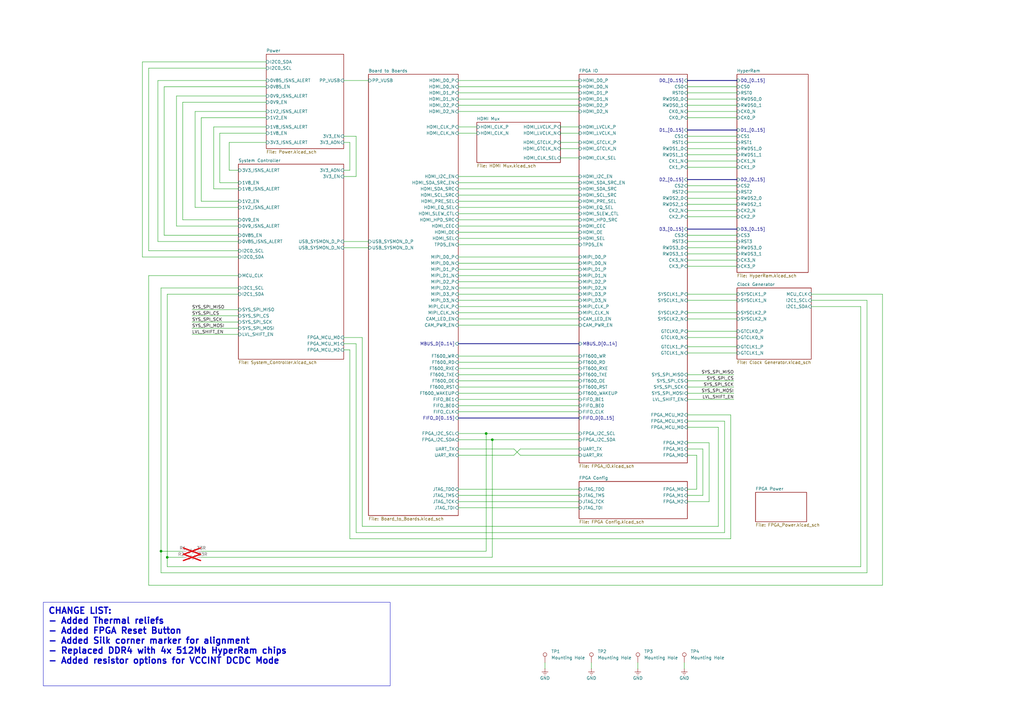
<source format=kicad_sch>
(kicad_sch (version 20231120) (generator "eeschema") (generator_version "8.0")
  (paper "A3")
  (title_block (title "Top") (date "2024-10-06") (rev "2.0") (company "Drexel University") (comment 1 "Designed by Michael Haahr"))
  (lib_symbols
    (symbol "Connector:TestPoint" (pin_numbers hide) (pin_names (offset 0.762) hide)
      (property "Reference" "TP" (at 0 6.858 0))
      (property "Value" "TestPoint" (at 0 5.08 0))
      (symbol "TestPoint_0_1"
        (circle (center 0 3.302) (radius 0.762))
      )
      (symbol "TestPoint_1_1"
        (pin passive line (at 0 0 90) (length 2.54) (name "1") (number "1"))
      )
    )
    (symbol "Device:R_US" (pin_numbers hide) (pin_names (offset 0))
      (property "Reference" "R" (at 2.54 0 90))
      (property "Value" "R_US" (at -2.54 0 90))
      (symbol "R_US_0_1"
        (polyline (pts (xy 0 -2.286) (xy 0 -2.54)))
        (polyline (pts (xy 0 2.286) (xy 0 2.54)))
        (polyline (pts (xy 0 -0.762) (xy 1.016 -1.143) (xy 0 -1.524) (xy -1.016 -1.905) (xy 0 -2.286)))
        (polyline (pts (xy 0 0.762) (xy 1.016 0.381) (xy 0 0) (xy -1.016 -0.381) (xy 0 -0.762)))
        (polyline (pts (xy 0 2.286) (xy 1.016 1.905) (xy 0 1.524) (xy -1.016 1.143) (xy 0 0.762)))
      )
      (symbol "R_US_1_1"
        (pin passive line (at 0 3.81 270) (length 1.27) (name "~") (number "1"))
        (pin passive line (at 0 -3.81 90) (length 1.27) (name "~") (number "2"))
      )
    )
    (symbol "power:GND" (power) (pin_numbers hide) (pin_names (offset 0) hide)
      (property "Value" "GND" (at 0 -3.81 0))
      (symbol "GND_0_1"
        (polyline (pts (xy -0.635 -1.905) (xy 0.635 -1.905)))
        (polyline (pts (xy -0.127 -2.54) (xy 0.127 -2.54)))
        (polyline (pts (xy 0 -1.27) (xy 0 0)))
        (polyline (pts (xy 1.27 -1.27) (xy -1.27 -1.27)))
      )
      (symbol "GND_1_1"
        (pin power_in line (at 0 0 270) (length 0) (name "~") (number "1"))
      )
    )
  )
  (junction (at 68.58 228.6))
  (junction (at 201.93 180.34))
  (junction (at 66.04 226.06))
  (junction (at 199.39 177.8))
  (wire (pts (xy 242.57 271.78) (xy 242.57 274.32)))
  (wire (pts (xy 187.96 153.67) (xy 237.49 153.67)))
  (wire (pts (xy 281.94 142.24) (xy 302.26 142.24)))
  (wire (pts (xy 281.94 78.74) (xy 302.26 78.74)))
  (wire (pts (xy 187.96 130.81) (xy 237.49 130.81)))
  (wire (pts (xy 187.96 118.11) (xy 237.49 118.11)))
  (wire (pts (xy 210.82 184.15) (xy 213.36 186.69)))
  (wire (pts (xy 97.79 74.93) (xy 90.17 74.93)))
  (wire (pts (xy 66.04 234.95) (xy 355.6 234.95)))
  (wire (pts (xy 143.51 143.51) (xy 143.51 220.98)))
  (wire (pts (xy 148.59 215.9) (xy 294.64 215.9)))
  (wire (pts (xy 299.72 170.18) (xy 281.94 170.18)))
  (wire (pts (xy 288.29 203.2) (xy 288.29 184.15)))
  (wire (pts (xy 187.96 40.64) (xy 237.49 40.64)))
  (wire (pts (xy 66.04 226.06) (xy 66.04 234.95)))
  (wire (pts (xy 355.6 234.95) (xy 355.6 123.19)))
  (wire (pts (xy 80.01 45.72) (xy 109.22 45.72)))
  (wire (pts (xy 67.31 35.56) (xy 109.22 35.56)))
  (wire (pts (xy 97.79 77.47) (xy 87.63 77.47)))
  (wire (pts (xy 90.17 54.61) (xy 109.22 54.61)))
  (wire (pts (xy 97.79 82.55) (xy 82.55 82.55)))
  (wire (pts (xy 281.94 135.89) (xy 302.26 135.89)))
  (wire (pts (xy 187.96 54.61) (xy 195.58 54.61)))
  (wire (pts (xy 60.96 102.87) (xy 97.79 102.87)))
  (wire (pts (xy 87.63 77.47) (xy 87.63 52.07)))
  (wire (pts (xy 187.96 180.34) (xy 201.93 180.34)))
  (wire (pts (xy 187.96 77.47) (xy 237.49 77.47)))
  (wire (pts (xy 187.96 166.37) (xy 237.49 166.37)))
  (wire (pts (xy 187.96 205.74) (xy 237.49 205.74)))
  (wire (pts (xy 58.42 105.41) (xy 58.42 25.4)))
  (bus (pts (xy 187.96 171.45) (xy 237.49 171.45)))
  (wire (pts (xy 187.96 163.83) (xy 237.49 163.83)))
  (wire (pts (xy 281.94 43.18) (xy 302.26 43.18)))
  (wire (pts (xy 281.94 99.06) (xy 302.26 99.06)))
  (wire (pts (xy 82.55 82.55) (xy 82.55 48.26)))
  (wire (pts (xy 187.96 151.13) (xy 237.49 151.13)))
  (wire (pts (xy 82.55 48.26) (xy 109.22 48.26)))
  (wire (pts (xy 187.96 128.27) (xy 237.49 128.27)))
  (wire (pts (xy 281.94 63.5) (xy 302.26 63.5)))
  (wire (pts (xy 82.55 226.06) (xy 199.39 226.06)))
  (wire (pts (xy 66.04 118.11) (xy 66.04 226.06)))
  (wire (pts (xy 229.87 60.96) (xy 237.49 60.96)))
  (wire (pts (xy 229.87 64.77) (xy 237.49 64.77)))
  (bus (pts (xy 281.94 73.66) (xy 302.26 73.66)))
  (wire (pts (xy 281.94 120.65) (xy 302.26 120.65)))
  (wire (pts (xy 146.05 140.97) (xy 146.05 218.44)))
  (wire (pts (xy 187.96 35.56) (xy 237.49 35.56)))
  (wire (pts (xy 74.93 41.91) (xy 109.22 41.91)))
  (wire (pts (xy 140.97 101.6) (xy 151.13 101.6)))
  (wire (pts (xy 109.22 27.94) (xy 60.96 27.94)))
  (wire (pts (xy 281.94 96.52) (xy 302.26 96.52)))
  (wire (pts (xy 187.96 107.95) (xy 237.49 107.95)))
  (wire (pts (xy 213.36 186.69) (xy 237.49 186.69)))
  (wire (pts (xy 187.96 133.35) (xy 237.49 133.35)))
  (wire (pts (xy 187.96 82.55) (xy 237.49 82.55)))
  (wire (pts (xy 187.96 43.18) (xy 237.49 43.18)))
  (wire (pts (xy 140.97 140.97) (xy 146.05 140.97)))
  (wire (pts (xy 281.94 35.56) (xy 302.26 35.56)))
  (wire (pts (xy 280.67 271.78) (xy 280.67 274.32)))
  (wire (pts (xy 281.94 88.9) (xy 302.26 88.9)))
  (wire (pts (xy 281.94 138.43) (xy 302.26 138.43)))
  (wire (pts (xy 187.96 123.19) (xy 237.49 123.19)))
  (wire (pts (xy 140.97 143.51) (xy 143.51 143.51)))
  (wire (pts (xy 60.96 240.03) (xy 361.95 240.03)))
  (wire (pts (xy 285.75 186.69) (xy 281.94 186.69)))
  (wire (pts (xy 78.74 134.62) (xy 97.79 134.62)))
  (wire (pts (xy 74.93 90.17) (xy 74.93 41.91)))
  (wire (pts (xy 294.64 175.26) (xy 294.64 215.9)))
  (wire (pts (xy 140.97 33.02) (xy 151.13 33.02)))
  (wire (pts (xy 140.97 58.42) (xy 143.51 58.42)))
  (wire (pts (xy 187.96 90.17) (xy 237.49 90.17)))
  (wire (pts (xy 187.96 33.02) (xy 237.49 33.02)))
  (bus (pts (xy 187.96 140.97) (xy 237.49 140.97)))
  (wire (pts (xy 281.94 106.68) (xy 302.26 106.68)))
  (wire (pts (xy 281.94 130.81) (xy 302.26 130.81)))
  (wire (pts (xy 187.96 87.63) (xy 237.49 87.63)))
  (wire (pts (xy 285.75 200.66) (xy 285.75 186.69)))
  (wire (pts (xy 201.93 228.6) (xy 201.93 180.34)))
  (wire (pts (xy 281.94 48.26) (xy 302.26 48.26)))
  (wire (pts (xy 299.72 170.18) (xy 299.72 220.98)))
  (wire (pts (xy 187.96 113.03) (xy 237.49 113.03)))
  (wire (pts (xy 66.04 226.06) (xy 74.93 226.06)))
  (wire (pts (xy 281.94 86.36) (xy 302.26 86.36)))
  (wire (pts (xy 187.96 186.69) (xy 210.82 186.69)))
  (wire (pts (xy 281.94 45.72) (xy 302.26 45.72)))
  (wire (pts (xy 281.94 123.19) (xy 302.26 123.19)))
  (wire (pts (xy 187.96 45.72) (xy 237.49 45.72)))
  (wire (pts (xy 290.83 181.61) (xy 281.94 181.61)))
  (wire (pts (xy 97.79 92.71) (xy 72.39 92.71)))
  (wire (pts (xy 187.96 115.57) (xy 237.49 115.57)))
  (wire (pts (xy 187.96 72.39) (xy 237.49 72.39)))
  (wire (pts (xy 281.94 109.22) (xy 302.26 109.22)))
  (wire (pts (xy 90.17 74.93) (xy 90.17 54.61)))
  (wire (pts (xy 237.49 184.15) (xy 213.36 184.15)))
  (wire (pts (xy 199.39 177.8) (xy 199.39 226.06)))
  (wire (pts (xy 97.79 90.17) (xy 74.93 90.17)))
  (wire (pts (xy 290.83 205.74) (xy 290.83 181.61)))
  (wire (pts (xy 143.51 220.98) (xy 299.72 220.98)))
  (wire (pts (xy 78.74 129.54) (xy 97.79 129.54)))
  (wire (pts (xy 281.94 40.64) (xy 302.26 40.64)))
  (wire (pts (xy 82.55 228.6) (xy 201.93 228.6)))
  (wire (pts (xy 187.96 52.07) (xy 195.58 52.07)))
  (wire (pts (xy 187.96 80.01) (xy 237.49 80.01)))
  (bus (pts (xy 281.94 53.34) (xy 302.26 53.34)))
  (wire (pts (xy 187.96 156.21) (xy 237.49 156.21)))
  (wire (pts (xy 288.29 184.15) (xy 281.94 184.15)))
  (wire (pts (xy 64.77 99.06) (xy 64.77 33.02)))
  (wire (pts (xy 332.74 120.65) (xy 361.95 120.65)))
  (wire (pts (xy 187.96 110.49) (xy 237.49 110.49)))
  (wire (pts (xy 72.39 92.71) (xy 72.39 39.37)))
  (wire (pts (xy 281.94 58.42) (xy 302.26 58.42)))
  (wire (pts (xy 60.96 113.03) (xy 97.79 113.03)))
  (wire (pts (xy 281.94 101.6) (xy 302.26 101.6)))
  (wire (pts (xy 223.52 271.78) (xy 223.52 274.32)))
  (wire (pts (xy 67.31 96.52) (xy 67.31 35.56)))
  (bus (pts (xy 281.94 93.98) (xy 302.26 93.98)))
  (wire (pts (xy 187.96 158.75) (xy 237.49 158.75)))
  (wire (pts (xy 68.58 232.41) (xy 353.06 232.41)))
  (wire (pts (xy 97.79 85.09) (xy 80.01 85.09)))
  (wire (pts (xy 281.94 203.2) (xy 288.29 203.2)))
  (wire (pts (xy 146.05 72.39) (xy 140.97 72.39)))
  (wire (pts (xy 300.99 161.29) (xy 281.94 161.29)))
  (wire (pts (xy 201.93 180.34) (xy 237.49 180.34)))
  (wire (pts (xy 353.06 125.73) (xy 332.74 125.73)))
  (wire (pts (xy 97.79 105.41) (xy 58.42 105.41)))
  (wire (pts (xy 281.94 200.66) (xy 285.75 200.66)))
  (wire (pts (xy 78.74 132.08) (xy 97.79 132.08)))
  (wire (pts (xy 68.58 232.41) (xy 68.58 228.6)))
  (wire (pts (xy 261.62 271.78) (xy 261.62 274.32)))
  (wire (pts (xy 97.79 118.11) (xy 66.04 118.11)))
  (wire (pts (xy 140.97 99.06) (xy 151.13 99.06)))
  (wire (pts (xy 229.87 54.61) (xy 237.49 54.61)))
  (wire (pts (xy 143.51 69.85) (xy 140.97 69.85)))
  (wire (pts (xy 300.99 158.75) (xy 281.94 158.75)))
  (wire (pts (xy 187.96 200.66) (xy 237.49 200.66)))
  (wire (pts (xy 60.96 240.03) (xy 60.96 113.03)))
  (wire (pts (xy 187.96 120.65) (xy 237.49 120.65)))
  (wire (pts (xy 146.05 55.88) (xy 146.05 72.39)))
  (wire (pts (xy 281.94 83.82) (xy 302.26 83.82)))
  (wire (pts (xy 93.98 69.85) (xy 93.98 58.42)))
  (wire (pts (xy 281.94 128.27) (xy 302.26 128.27)))
  (wire (pts (xy 187.96 208.28) (xy 237.49 208.28)))
  (wire (pts (xy 229.87 58.42) (xy 237.49 58.42)))
  (wire (pts (xy 187.96 184.15) (xy 210.82 184.15)))
  (wire (pts (xy 300.99 156.21) (xy 281.94 156.21)))
  (wire (pts (xy 281.94 205.74) (xy 290.83 205.74)))
  (bus (pts (xy 281.94 33.02) (xy 302.26 33.02)))
  (wire (pts (xy 148.59 138.43) (xy 148.59 215.9)))
  (wire (pts (xy 187.96 203.2) (xy 237.49 203.2)))
  (wire (pts (xy 297.18 172.72) (xy 281.94 172.72)))
  (wire (pts (xy 294.64 175.26) (xy 281.94 175.26)))
  (wire (pts (xy 281.94 38.1) (xy 302.26 38.1)))
  (wire (pts (xy 281.94 66.04) (xy 302.26 66.04)))
  (wire (pts (xy 68.58 228.6) (xy 74.93 228.6)))
  (wire (pts (xy 68.58 120.65) (xy 97.79 120.65)))
  (wire (pts (xy 87.63 52.07) (xy 109.22 52.07)))
  (wire (pts (xy 361.95 120.65) (xy 361.95 240.03)))
  (wire (pts (xy 68.58 120.65) (xy 68.58 228.6)))
  (wire (pts (xy 140.97 55.88) (xy 146.05 55.88)))
  (wire (pts (xy 78.74 137.16) (xy 97.79 137.16)))
  (wire (pts (xy 187.96 85.09) (xy 237.49 85.09)))
  (wire (pts (xy 187.96 92.71) (xy 237.49 92.71)))
  (wire (pts (xy 97.79 96.52) (xy 67.31 96.52)))
  (wire (pts (xy 78.74 127) (xy 97.79 127)))
  (wire (pts (xy 187.96 146.05) (xy 237.49 146.05)))
  (wire (pts (xy 146.05 218.44) (xy 297.18 218.44)))
  (wire (pts (xy 187.96 38.1) (xy 237.49 38.1)))
  (wire (pts (xy 97.79 69.85) (xy 93.98 69.85)))
  (wire (pts (xy 187.96 100.33) (xy 237.49 100.33)))
  (wire (pts (xy 281.94 76.2) (xy 302.26 76.2)))
  (wire (pts (xy 281.94 81.28) (xy 302.26 81.28)))
  (wire (pts (xy 281.94 144.78) (xy 302.26 144.78)))
  (wire (pts (xy 140.97 138.43) (xy 148.59 138.43)))
  (wire (pts (xy 143.51 58.42) (xy 143.51 69.85)))
  (wire (pts (xy 281.94 104.14) (xy 302.26 104.14)))
  (wire (pts (xy 300.99 163.83) (xy 281.94 163.83)))
  (wire (pts (xy 93.98 58.42) (xy 109.22 58.42)))
  (wire (pts (xy 187.96 125.73) (xy 237.49 125.73)))
  (wire (pts (xy 353.06 232.41) (xy 353.06 125.73)))
  (wire (pts (xy 80.01 85.09) (xy 80.01 45.72)))
  (wire (pts (xy 60.96 27.94) (xy 60.96 102.87)))
  (wire (pts (xy 300.99 153.67) (xy 281.94 153.67)))
  (wire (pts (xy 72.39 39.37) (xy 109.22 39.37)))
  (wire (pts (xy 229.87 52.07) (xy 237.49 52.07)))
  (wire (pts (xy 58.42 25.4) (xy 109.22 25.4)))
  (wire (pts (xy 281.94 55.88) (xy 302.26 55.88)))
  (wire (pts (xy 187.96 177.8) (xy 199.39 177.8)))
  (wire (pts (xy 297.18 172.72) (xy 297.18 218.44)))
  (wire (pts (xy 355.6 123.19) (xy 332.74 123.19)))
  (wire (pts (xy 281.94 68.58) (xy 302.26 68.58)))
  (wire (pts (xy 213.36 184.15) (xy 210.82 186.69)))
  (wire (pts (xy 187.96 95.25) (xy 237.49 95.25)))
  (wire (pts (xy 199.39 177.8) (xy 237.49 177.8)))
  (wire (pts (xy 187.96 168.91) (xy 237.49 168.91)))
  (wire (pts (xy 187.96 148.59) (xy 237.49 148.59)))
  (wire (pts (xy 187.96 105.41) (xy 237.49 105.41)))
  (wire (pts (xy 187.96 97.79) (xy 237.49 97.79)))
  (wire (pts (xy 281.94 60.96) (xy 302.26 60.96)))
  (wire (pts (xy 64.77 33.02) (xy 109.22 33.02)))
  (wire (pts (xy 187.96 161.29) (xy 237.49 161.29)))
  (wire (pts (xy 97.79 99.06) (xy 64.77 99.06)))
  (wire (pts (xy 187.96 74.93) (xy 237.49 74.93)))
  (text_box "CHANGE LIST:\n- Added Thermal reliefs\n- Added FPGA Reset Button\n- Added Silk corner marker for alignment\n- Replaced DDR4 with 4x 512Mb HyperRam chips\n- Added resistor options for VCCINT DCDC Mode\n" (at 17.78 247.015 0) (size 142.24 34.29) (effects (font (size 2.54 2.54) (thickness 0.508) (bold yes)) (justify left top)))
  (label "LVL_SHIFT_EN" (at 78.74 137.16 0))
  (label "SYS_SPI_MOSI" (at 78.74 134.62 0))
  (label "SYS_SPI_MISO" (at 78.74 127 0))
  (label "LVL_SHIFT_EN" (at 300.99 163.83 180))
  (label "SYS_SPI_MOSI" (at 300.99 161.29 180))
  (label "SYS_SPI_CS" (at 78.74 129.54 0))
  (label "SYS_SPI_SCK" (at 78.74 132.08 0))
  (label "SYS_SPI_MISO" (at 300.99 153.67 180))
  (label "SYS_SPI_CS" (at 300.99 156.21 180))
  (label "SYS_SPI_SCK" (at 300.99 158.75 180))
  (symbol (lib_id "power:GND") (at 280.67 274.32 0) (unit 1)
    (property "Reference" "#PWR04" (effects (hide yes)))
    (property "Value" "GND" (at 280.67 278.13 0))
    (property "Description" "Power symbol creates a global label with name \"GND\" , ground" (effects (hide yes)))
  )
  (symbol (lib_id "power:GND") (at 242.57 274.32 0) (unit 1)
    (property "Reference" "#PWR02" (effects (hide yes)))
    (property "Value" "GND" (at 242.57 278.13 0))
    (property "Description" "Power symbol creates a global label with name \"GND\" , ground" (effects (hide yes)))
  )
  (symbol (lib_id "Device:R_US") (at 78.74 228.6 90) (unit 1) (dnp yes)
    (property "Reference" "R2" (at 74.295 227.33 90))
    (property "Value" "33R" (at 83.185 227.33 90))
    (property "Footprint" "Resistor_SMD:R_0201_0603Metric" (effects (hide yes)))
    (property "Description" "Resistor, US symbol" (effects (hide yes)))
  )
  (symbol (lib_id "Connector:TestPoint") (at 223.52 271.78 0) (unit 1)
    (property "Reference" "TP1" (at 226.06 267.2079 0) (effects (justify left)))
    (property "Value" "Mounting Hole" (at 226.06 269.7479 0) (effects (justify left)))
    (property "Footprint" "MountingHole:MountingHole_2.2mm_M2_Pad_Via" (effects (hide yes)))
    (property "Description" "test point" (effects (hide yes)))
  )
  (symbol (lib_id "Connector:TestPoint") (at 261.62 271.78 0) (unit 1)
    (property "Reference" "TP3" (at 264.16 267.2079 0) (effects (justify left)))
    (property "Value" "Mounting Hole" (at 264.16 269.7479 0) (effects (justify left)))
    (property "Footprint" "MountingHole:MountingHole_2.2mm_M2_Pad_Via" (effects (hide yes)))
    (property "Description" "test point" (effects (hide yes)))
  )
  (symbol (lib_id "power:GND") (at 223.52 274.32 0) (unit 1)
    (property "Reference" "#PWR01" (effects (hide yes)))
    (property "Value" "GND" (at 223.52 278.13 0))
    (property "Description" "Power symbol creates a global label with name \"GND\" , ground" (effects (hide yes)))
  )
  (symbol (lib_id "power:GND") (at 261.62 274.32 0) (unit 1)
    (property "Reference" "#PWR03" (effects (hide yes)))
    (property "Value" "GND" (at 261.62 278.13 0))
    (property "Description" "Power symbol creates a global label with name \"GND\" , ground" (effects (hide yes)))
  )
  (symbol (lib_id "Device:R_US") (at 78.74 226.06 90) (unit 1) (dnp yes)
    (property "Reference" "R1" (at 74.93 224.79 90))
    (property "Value" "33R" (at 82.55 224.79 90))
    (property "Footprint" "Resistor_SMD:R_0201_0603Metric" (effects (hide yes)))
    (property "Description" "Resistor, US symbol" (effects (hide yes)))
  )
  (symbol (lib_id "Connector:TestPoint") (at 242.57 271.78 0) (unit 1)
    (property "Reference" "TP2" (at 245.11 267.2079 0) (effects (justify left)))
    (property "Value" "Mounting Hole" (at 245.11 269.7479 0) (effects (justify left)))
    (property "Footprint" "MountingHole:MountingHole_2.2mm_M2_Pad_Via" (effects (hide yes)))
    (property "Description" "test point" (effects (hide yes)))
  )
  (symbol (lib_id "Connector:TestPoint") (at 280.67 271.78 0) (unit 1)
    (property "Reference" "TP4" (at 283.21 267.2079 0) (effects (justify left)))
    (property "Value" "Mounting Hole" (at 283.21 269.7479 0) (effects (justify left)))
    (property "Footprint" "MountingHole:MountingHole_2.2mm_M2_Pad_Via" (effects (hide yes)))
    (property "Description" "test point" (effects (hide yes)))
  )
  (sheet (at 237.49 197.485) (size 44.45 15.24) (stroke (width 0.1524))
    (property "Sheetname" "FPGA Config" (at 237.49 196.7734 0) (effects (justify left bottom)))
    (property "Sheetfile" "FPGA Config.kicad_sch" (at 237.49 213.3096 0) (effects (justify left top)))
    (pin "JTAG_TDO" input (at 237.49 200.66 180))
    (pin "JTAG_TMS" input (at 237.49 203.2 180))
    (pin "JTAG_TCK" input (at 237.49 205.74 180))
    (pin "JTAG_TDI" input (at 237.49 208.28 180))
    (pin "FPGA_M0" input (at 281.94 200.66 0))
    (pin "FPGA_M1" input (at 281.94 203.2 0))
    (pin "FPGA_M2" input (at 281.94 205.74 0))
  )
  (sheet (at 109.22 22.225) (size 31.75 38.735) (stroke (width 0.1524))
    (property "Sheetname" "Power" (at 109.22 21.5134 0) (effects (justify left bottom)))
    (property "Sheetfile" "Power.kicad_sch" (at 109.22 61.5446 0) (effects (justify left top)))
    (pin "0V9_ISNS_ALERT" input (at 109.22 39.37 180))
    (pin "0V85_ISNS_ALERT" input (at 109.22 33.02 180))
    (pin "PP_VUSB" input (at 140.97 33.02 0))
    (pin "1V2_EN" input (at 109.22 48.26 180))
    (pin "1V8_EN" input (at 109.22 54.61 180))
    (pin "0V85_EN" input (at 109.22 35.56 180))
    (pin "0V9_EN" input (at 109.22 41.91 180))
    (pin "3V3_ISNS_ALERT" input (at 109.22 58.42 180))
    (pin "1V8_ISNS_ALERT" input (at 109.22 52.07 180))
    (pin "1V2_ISNS_ALERT" input (at 109.22 45.72 180))
    (pin "I2C0_SCL" input (at 109.22 27.94 180))
    (pin "I2C0_SDA" input (at 109.22 25.4 180))
    (pin "3V3_EN" input (at 140.97 55.88 0))
    (pin "3V3_AON" input (at 140.97 58.42 0))
  )
  (sheet (at 302.26 30.48) (size 29.21 81.28) (stroke (width 0.1524))
    (property "Sheetname" "HyperRam" (at 302.26 29.7684 0) (effects (justify left bottom)))
    (property "Sheetfile" "HyperRam.kicad_sch" (at 302.26 112.3446 0) (effects (justify left top)))
    (pin "D1_[0..15]" input (at 302.26 53.34 180))
    (pin "CS1" input (at 302.26 55.88 180))
    (pin "CK1_N" input (at 302.26 66.04 180))
    (pin "RWDS1_0" input (at 302.26 60.96 180))
    (pin "RST1" input (at 302.26 58.42 180))
    (pin "CK1_P" input (at 302.26 68.58 180))
    (pin "RWDS1_1" input (at 302.26 63.5 180))
    (pin "CS0" input (at 302.26 35.56 180))
    (pin "RST0" input (at 302.26 38.1 180))
    (pin "CK0_N" input (at 302.26 45.72 180))
    (pin "RWDS0_0" input (at 302.26 40.64 180))
    (pin "RWDS0_1" input (at 302.26 43.18 180))
    (pin "CK0_P" input (at 302.26 48.26 180))
    (pin "D0_[0..15]" input (at 302.26 33.02 180))
    (pin "D2_[0..15]" input (at 302.26 73.66 180))
    (pin "CS2" input (at 302.26 76.2 180))
    (pin "RST2" input (at 302.26 78.74 180))
    (pin "CK2_P" input (at 302.26 88.9 180))
    (pin "RWDS2_0" input (at 302.26 81.28 180))
    (pin "CK2_N" input (at 302.26 86.36 180))
    (pin "RWDS2_1" input (at 302.26 83.82 180))
    (pin "CS3" input (at 302.26 96.52 180))
    (pin "RST3" input (at 302.26 99.06 180))
    (pin "RWDS3_0" input (at 302.26 101.6 180))
    (pin "CK3_N" input (at 302.26 106.68 180))
    (pin "CK3_P" input (at 302.26 109.22 180))
    (pin "RWDS3_1" input (at 302.26 104.14 180))
    (pin "D3_[0..15]" input (at 302.26 93.98 180))
  )
  (sheet (at 237.49 30.48) (size 44.45 159.385) (stroke (width 0.1524))
    (property "Sheetname" "FPGA IO" (at 237.49 29.7684 0) (effects (justify left bottom)))
    (property "Sheetfile" "FPGA_IO.kicad_sch" (at 237.49 190.4496 0) (effects (justify left top)))
    (pin "SYSCLK2_P" input (at 281.94 128.27 0))
    (pin "SYSCLK2_N" input (at 281.94 130.81 0))
    (pin "MIPI_D2_N" input (at 237.49 118.11 180))
    (pin "MIPI_CLK_N" input (at 237.49 128.27 180))
    (pin "MIPI_D3_N" input (at 237.49 123.19 180))
    (pin "MIPI_D3_P" input (at 237.49 120.65 180))
    (pin "MIPI_D2_P" input (at 237.49 115.57 180))
    (pin "MIPI_CLK_P" input (at 237.49 125.73 180))
    (pin "MIPI_D1_N" input (at 237.49 113.03 180))
    (pin "MIPI_D1_P" input (at 237.49 110.49 180))
    (pin "MIPI_D0_N" input (at 237.49 107.95 180))
    (pin "MIPI_D0_P" input (at 237.49 105.41 180))
    (pin "MBUS_D[0..14]" input (at 237.49 140.97 180))
    (pin "SYSCLK1_P" input (at 281.94 120.65 0))
    (pin "HDMI_D0_P" input (at 237.49 33.02 180))
    (pin "HDMI_GTCLK_P" input (at 237.49 58.42 180))
    (pin "HDMI_GTCLK_N" input (at 237.49 60.96 180))
    (pin "HDMI_D1_P" input (at 237.49 38.1 180))
    (pin "HDMI_D1_N" input (at 237.49 40.64 180))
    (pin "HDMI_D2_P" input (at 237.49 43.18 180))
    (pin "HDMI_D2_N" input (at 237.49 45.72 180))
    (pin "HDMI_D0_N" input (at 237.49 35.56 180))
    (pin "GTCLK1_P" input (at 281.94 142.24 0))
    (pin "GTCLK1_N" input (at 281.94 144.78 0))
    (pin "GTCLK0_P" input (at 281.94 135.89 0))
    (pin "GTCLK0_N" input (at 281.94 138.43 0))
    (pin "CAM_PWR_EN" input (at 237.49 133.35 180))
    (pin "FPGA_I2C_SCL" input (at 237.49 177.8 180))
    (pin "FIFO_D[0..15]" input (at 237.49 171.45 180))
    (pin "FT600_WAKEUP" input (at 237.49 161.29 180))
    (pin "CAM_LED_EN" input (at 237.49 130.81 180))
    (pin "FPGA_I2C_SDA" input (at 237.49 180.34 180))
    (pin "HDMI_SLEW_CTL" input (at 237.49 87.63 180))
    (pin "HDMI_OE" input (at 237.49 95.25 180))
    (pin "HDMI_HPD_SRC" input (at 237.49 90.17 180))
    (pin "TPD5_EN" input (at 237.49 100.33 180))
    (pin "HDMI_EQ_SEL" input (at 237.49 85.09 180))
    (pin "HDMI_PRE_SEL" input (at 237.49 82.55 180))
    (pin "HDMI_I2C_EN" input (at 237.49 72.39 180))
    (pin "HDMI_SEL" input (at 237.49 97.79 180))
    (pin "HDMI_SCL_SRC" input (at 237.49 80.01 180))
    (pin "HDMI_SDA_SRC" input (at 237.49 77.47 180))
    (pin "HDMI_CEC" input (at 237.49 92.71 180))
    (pin "UART_TX" input (at 237.49 184.15 180))
    (pin "HDMI_SDA_SRC_EN" input (at 237.49 74.93 180))
    (pin "UART_RX" input (at 237.49 186.69 180))
    (pin "HDMI_LVCLK_N" input (at 237.49 54.61 180))
    (pin "HDMI_LVCLK_P" input (at 237.49 52.07 180))
    (pin "SYSCLK1_N" input (at 281.94 123.19 0))
    (pin "HDMI_CLK_SEL" input (at 237.49 64.77 180))
    (pin "FIFO_BE1" input (at 237.49 163.83 180))
    (pin "FIFO_BE0" input (at 237.49 166.37 180))
    (pin "FIFO_CLK" input (at 237.49 168.91 180))
    (pin "FT600_RXE" input (at 237.49 151.13 180))
    (pin "FT600_RST" input (at 237.49 158.75 180))
    (pin "FT600_TXE" input (at 237.49 153.67 180))
    (pin "FT600_OE" input (at 237.49 156.21 180))
    (pin "FT600_RD" input (at 237.49 148.59 180))
    (pin "FT600_WR" input (at 237.49 146.05 180))
    (pin "SYS_SPI_SCK" input (at 281.94 158.75 0))
    (pin "SYS_SPI_MOSI" input (at 281.94 161.29 0))
    (pin "SYS_SPI_MISO" input (at 281.94 153.67 0))
    (pin "SYS_SPI_CS" input (at 281.94 156.21 0))
    (pin "LVL_SHIFT_EN" input (at 281.94 163.83 0))
    (pin "FPGA_MCU_M0" input (at 281.94 175.26 0))
    (pin "FPGA_MCU_M1" input (at 281.94 172.72 0))
    (pin "FPGA_MCU_M2" input (at 281.94 170.18 0))
    (pin "FPGA_M2" input (at 281.94 181.61 0))
    (pin "FPGA_M1" input (at 281.94 184.15 0))
    (pin "FPGA_M0" input (at 281.94 186.69 0))
    (pin "D1_[0..15]" input (at 281.94 53.34 0))
    (pin "D0_[0..15]" input (at 281.94 33.02 0))
    (pin "CS1" input (at 281.94 55.88 0))
    (pin "RST1" input (at 281.94 58.42 0))
    (pin "CK1_N" input (at 281.94 66.04 0))
    (pin "CK1_P" input (at 281.94 68.58 0))
    (pin "CS0" input (at 281.94 35.56 0))
    (pin "CK0_N" input (at 281.94 45.72 0))
    (pin "CK0_P" input (at 281.94 48.26 0))
    (pin "RST0" input (at 281.94 38.1 0))
    (pin "RWDS0_0" input (at 281.94 40.64 0))
    (pin "RWDS0_1" input (at 281.94 43.18 0))
    (pin "RWDS1_1" input (at 281.94 63.5 0))
    (pin "RWDS1_0" input (at 281.94 60.96 0))
    (pin "D2_[0..15]" input (at 281.94 73.66 0))
    (pin "D3_[0..15]" input (at 281.94 93.98 0))
    (pin "CK2_N" input (at 281.94 86.36 0))
    (pin "CK2_P" input (at 281.94 88.9 0))
    (pin "RWDS2_1" input (at 281.94 83.82 0))
    (pin "RWDS2_0" input (at 281.94 81.28 0))
    (pin "CS3" input (at 281.94 96.52 0))
    (pin "RST3" input (at 281.94 99.06 0))
    (pin "CK3_N" input (at 281.94 106.68 0))
    (pin "CK3_P" input (at 281.94 109.22 0))
    (pin "RWDS3_1" input (at 281.94 104.14 0))
    (pin "RWDS3_0" input (at 281.94 101.6 0))
    (pin "RST2" input (at 281.94 78.74 0))
    (pin "CS2" input (at 281.94 76.2 0))
  )
  (sheet (at 97.79 67.31) (size 43.18 80.01) (stroke (width 0.1524))
    (property "Sheetname" "System Controller" (at 97.79 66.5984 0) (effects (justify left bottom)))
    (property "Sheetfile" "System_Controller.kicad_sch" (at 97.79 147.9046 0) (effects (justify left top)))
    (pin "I2C0_SCL" input (at 97.79 102.87 180))
    (pin "I2C1_SCL" input (at 97.79 118.11 180))
    (pin "I2C1_SDA" input (at 97.79 120.65 180))
    (pin "I2C0_SDA" input (at 97.79 105.41 180))
    (pin "USB_SYSMON_D_N" input (at 140.97 101.6 0))
    (pin "USB_SYSMON_D_P" input (at 140.97 99.06 0))
    (pin "1V8_EN" input (at 97.79 74.93 180))
    (pin "3V3_ISNS_ALERT" input (at 97.79 69.85 180))
    (pin "0V85_ISNS_ALERT" input (at 97.79 99.06 180))
    (pin "1V8_ISNS_ALERT" input (at 97.79 77.47 180))
    (pin "1V2_ISNS_ALERT" input (at 97.79 85.09 180))
    (pin "0V9_ISNS_ALERT" input (at 97.79 92.71 180))
    (pin "0V9_EN" input (at 97.79 90.17 180))
    (pin "0V85_EN" input (at 97.79 96.52 180))
    (pin "1V2_EN" input (at 97.79 82.55 180))
    (pin "MCU_CLK" input (at 97.79 113.03 180))
    (pin "SYS_SPI_MISO" input (at 97.79 127 180))
    (pin "SYS_SPI_CS" input (at 97.79 129.54 180))
    (pin "SYS_SPI_SCK" input (at 97.79 132.08 180))
    (pin "SYS_SPI_MOSI" input (at 97.79 134.62 180))
    (pin "LVL_SHIFT_EN" input (at 97.79 137.16 180))
    (pin "3V3_EN" input (at 140.97 72.39 0))
    (pin "3V3_AON" input (at 140.97 69.85 0))
    (pin "FPGA_MCU_M2" input (at 140.97 143.51 0))
    (pin "FPGA_MCU_M1" input (at 140.97 140.97 0))
    (pin "FPGA_MCU_M0" input (at 140.97 138.43 0))
  )
  (sheet (at 195.58 50.165) (size 34.29 16.51) (stroke (width 0.1524))
    (property "Sheetname" "HDMI Mux" (at 195.58 49.4534 0) (effects (justify left bottom)))
    (property "Sheetfile" "HDMI Mux.kicad_sch" (at 195.58 67.2596 0) (effects (justify left top)))
    (pin "HDMI_CLK_SEL" input (at 229.87 64.77 0))
    (pin "HDMI_CLK_P" input (at 195.58 52.07 180))
    (pin "HDMI_CLK_N" input (at 195.58 54.61 180))
    (pin "HDMI_LVCLK_N" input (at 229.87 54.61 0))
    (pin "HDMI_GTCLK_P" input (at 229.87 58.42 0))
    (pin "HDMI_LVCLK_P" input (at 229.87 52.07 0))
    (pin "HDMI_GTCLK_N" input (at 229.87 60.96 0))
  )
  (sheet (at 302.26 118.11) (size 30.48 29.21) (stroke (width 0.1524))
    (property "Sheetname" "Clock Generator" (at 302.26 117.3984 0) (effects (justify left bottom)))
    (property "Sheetfile" "Clock Generator.kicad_sch" (at 302.26 147.9046 0) (effects (justify left top)))
    (pin "MCU_CLK" input (at 332.74 120.65 0))
    (pin "SYSCLK1_N" input (at 302.26 123.19 180))
    (pin "SYSCLK1_P" input (at 302.26 120.65 180))
    (pin "GTCLK0_P" input (at 302.26 135.89 180))
    (pin "GTCLK1_N" input (at 302.26 144.78 180))
    (pin "GTCLK1_P" input (at 302.26 142.24 180))
    (pin "GTCLK0_N" input (at 302.26 138.43 180))
    (pin "SYSCLK2_N" input (at 302.26 130.81 180))
    (pin "SYSCLK2_P" input (at 302.26 128.27 180))
    (pin "I2C1_SDA" input (at 332.74 125.73 0))
    (pin "I2C1_SCL" input (at 332.74 123.19 0))
  )
  (sheet (at 151.13 30.48) (size 36.83 180.975) (stroke (width 0.1524))
    (property "Sheetname" "Board to Boards" (at 151.13 29.7684 0) (effects (justify left bottom)))
    (property "Sheetfile" "Board_to_Boards.kicad_sch" (at 151.13 212.0396 0) (effects (justify left top)))
    (pin "HDMI_D1_P" input (at 187.96 38.1 0))
    (pin "HDMI_D2_N" input (at 187.96 45.72 0))
    (pin "HDMI_D2_P" input (at 187.96 43.18 0))
    (pin "HDMI_D0_N" input (at 187.96 35.56 0))
    (pin "HDMI_CLK_P" input (at 187.96 52.07 0))
    (pin "HDMI_CLK_N" input (at 187.96 54.61 0))
    (pin "HDMI_D0_P" input (at 187.96 33.02 0))
    (pin "HDMI_D1_N" input (at 187.96 40.64 0))
    (pin "MIPI_D1_P" input (at 187.96 110.49 0))
    (pin "MIPI_CLK_P" input (at 187.96 125.73 0))
    (pin "MIPI_D0_P" input (at 187.96 105.41 0))
    (pin "MIPI_D0_N" input (at 187.96 107.95 0))
    (pin "MIPI_D1_N" input (at 187.96 113.03 0))
    (pin "MIPI_D3_P" input (at 187.96 120.65 0))
    (pin "MIPI_CLK_N" input (at 187.96 128.27 0))
    (pin "MIPI_D2_N" input (at 187.96 118.11 0))
    (pin "MIPI_D3_N" input (at 187.96 123.19 0))
    (pin "MIPI_D2_P" input (at 187.96 115.57 0))
    (pin "HDMI_I2C_EN" input (at 187.96 72.39 0))
    (pin "HDMI_SDA_SRC_EN" input (at 187.96 74.93 0))
    (pin "HDMI_PRE_SEL" input (at 187.96 82.55 0))
    (pin "HDMI_EQ_SEL" input (at 187.96 85.09 0))
    (pin "HDMI_SLEW_CTL" input (at 187.96 87.63 0))
    (pin "HDMI_HPD_SRC" input (at 187.96 90.17 0))
    (pin "HDMI_CEC" input (at 187.96 92.71 0))
    (pin "TPD5_EN" input (at 187.96 100.33 0))
    (pin "HDMI_OE" input (at 187.96 95.25 0))
    (pin "HDMI_SEL" input (at 187.96 97.79 0))
    (pin "HDMI_SCL_SRC" input (at 187.96 80.01 0))
    (pin "FT600_TXE" input (at 187.96 153.67 0))
    (pin "FT600_RXE" input (at 187.96 151.13 0))
    (pin "FT600_OE" input (at 187.96 156.21 0))
    (pin "FT600_WAKEUP" input (at 187.96 161.29 0))
    (pin "HDMI_SDA_SRC" input (at 187.96 77.47 0))
    (pin "FT600_RST" input (at 187.96 158.75 0))
    (pin "CAM_PWR_EN" input (at 187.96 133.35 0))
    (pin "CAM_LED_EN" input (at 187.96 130.81 0))
    (pin "JTAG_TMS" input (at 187.96 203.2 0))
    (pin "JTAG_TCK" input (at 187.96 205.74 0))
    (pin "JTAG_TDO" input (at 187.96 200.66 0))
    (pin "JTAG_TDI" input (at 187.96 208.28 0))
    (pin "UART_RX" input (at 187.96 186.69 0))
    (pin "UART_TX" input (at 187.96 184.15 0))
    (pin "MBUS_D[0..14]" input (at 187.96 140.97 0))
    (pin "FT600_WR" input (at 187.96 146.05 0))
    (pin "FT600_RD" input (at 187.96 148.59 0))
    (pin "FIFO_D[0..15]" input (at 187.96 171.45 0))
    (pin "FPGA_I2C_SDA" input (at 187.96 180.34 0))
    (pin "USB_SYSMON_D_N" input (at 151.13 101.6 180))
    (pin "USB_SYSMON_D_P" input (at 151.13 99.06 180))
    (pin "FPGA_I2C_SCL" input (at 187.96 177.8 0))
    (pin "PP_VUSB" input (at 151.13 33.02 180))
    (pin "FIFO_BE1" input (at 187.96 163.83 0))
    (pin "FIFO_BE0" input (at 187.96 166.37 0))
    (pin "FIFO_CLK" input (at 187.96 168.91 0))
  )
  (sheet (at 309.88 201.93) (size 20.955 12.065) (stroke (width 0.1524))
    (property "Sheetname" "FPGA Power" (at 309.88 201.2184 0) (effects (justify left bottom)))
    (property "Sheetfile" "FPGA_Power.kicad_sch" (at 309.88 214.5796 0) (effects (justify left top)))
  )
)
</source>
